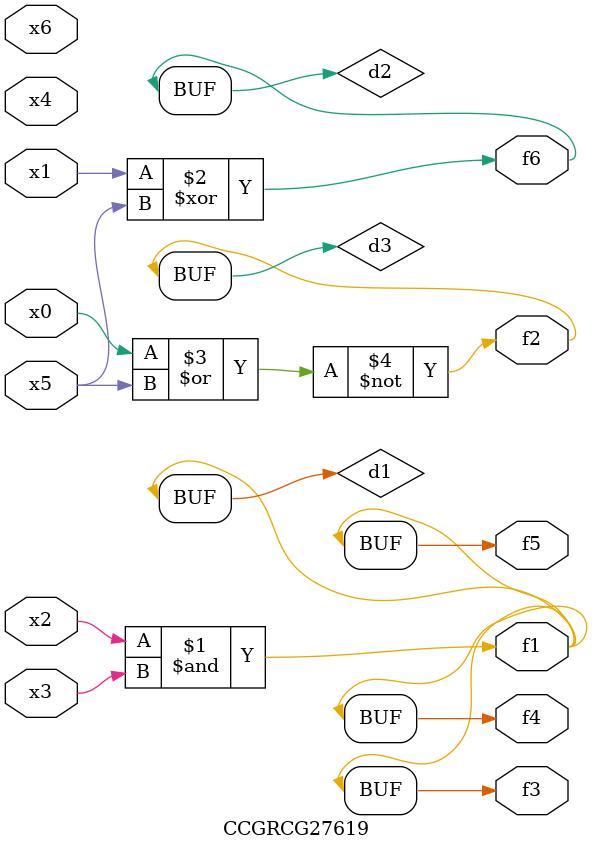
<source format=v>
module CCGRCG27619(
	input x0, x1, x2, x3, x4, x5, x6,
	output f1, f2, f3, f4, f5, f6
);

	wire d1, d2, d3;

	and (d1, x2, x3);
	xor (d2, x1, x5);
	nor (d3, x0, x5);
	assign f1 = d1;
	assign f2 = d3;
	assign f3 = d1;
	assign f4 = d1;
	assign f5 = d1;
	assign f6 = d2;
endmodule

</source>
